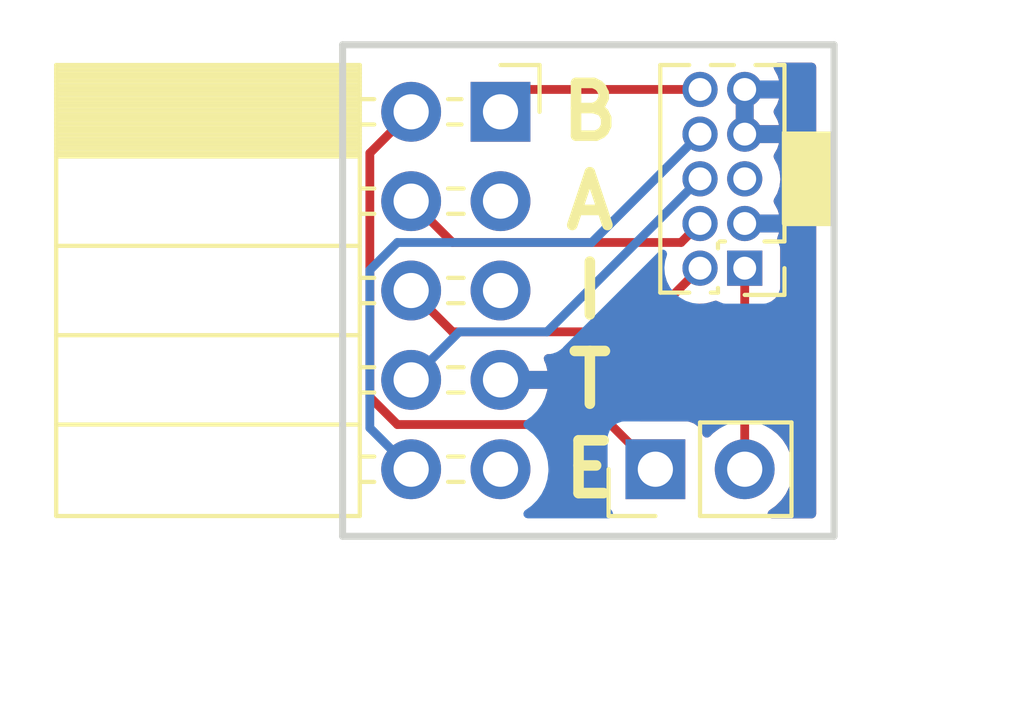
<source format=kicad_pcb>
(kicad_pcb (version 20211014) (generator pcbnew)
  (layers (0 "F.Cu" signal) (31 "B.Cu" signal) (34 "B.Paste" user "B.Plakken") (35 "F.Paste" user "F.Plakken") (36 "B.SilkS" user "B.Silkscreen") (37 "F.SilkS" user "F.Silkscreen") (38 "B.Mask" user) (39 "F.Mask" user "F. masker") (44 "Edge.Cuts" user))
  (net 0 "")
  (net 1 "TMS")
  (net 2 "GND")
  (net 3 "TCK")
  (net 4 "3V3")
  (net 5 "VDD")
  (net 6 "nRESET")
  (net 7 "TDO")
  (net 8 "TDI")
  (net 9 "5V")
  (net 10 "SWIM")
  (net 11 "SWIM_RESET")
  (footprint "Connector_PinHeader_2.54mm:PinHeader_1x02_P2.54mm_Vertical" (layer "F.Cu") (at 156.802016 91.44 90)
    (fp_text reference "J3" hide)
    (fp_text value "Conn_01x02_Male")
    (fp_line (start -1.33 0) (end -1.33 -1.33) (layer "F.SilkS") (width 0.12))
    (fp_line (start -1.33 -1.33) (end 0 -1.33) (layer "F.SilkS") (width 0.12))
    (fp_line (start -1.33 3.87) (end 1.33 3.87) (layer "F.SilkS") (width 0.12))
    (fp_line (start -1.33 1.27) (end -1.33 3.87) (layer "F.SilkS") (width 0.12))
    (fp_line (start 1.33 1.27) (end 1.33 3.87) (layer "F.SilkS") (width 0.12))
    (fp_line (start -1.33 1.27) (end 1.33 1.27) (layer "F.SilkS") (width 0.12))
    (pad "1" thru_hole rect locked (at 0 0 90) (size 1.7 1.7) (drill 1) (layers *.Cu *.Mask) (net 4 "3V3"))
    (pad "2" thru_hole oval locked (at 0 2.54 90) (size 1.7 1.7) (drill 1) (layers *.Cu *.Mask) (net 5 "VDD"))
  )
  (footprint "Connector_PinHeader_1.27mm:PinHeader_2x05_P1.27mm_Vertical" (layer "F.Cu") (at 159.342016 85.725 180)
    (fp_text reference "J2" hide)
    (fp_text value "Conn_02x05_Odd_Even")
    (fp_line (start 0.76 -0.695) (end 0.96247 -0.695) (layer "F.SilkS") (width 0.12))
    (fp_line (start 0.76 -0.563471) (end 0.76 -0.695) (layer "F.SilkS") (width 0.12))
    (fp_line (start -1.13 0.76) (end -0.563471 0.76) (layer "F.SilkS") (width 0.12))
    (fp_line (start -1.13 -0.76) (end 0 -0.76) (layer "F.SilkS") (width 0.12))
    (fp_line (start 1.57753 5.775) (end 2.4 5.775) (layer "F.SilkS") (width 0.12))
    (fp_line (start -1.13 5.775) (end -0.30753 5.775) (layer "F.SilkS") (width 0.12))
    (fp_line (start 0.30753 5.775) (end 0.96247 5.775) (layer "F.SilkS") (width 0.12))
    (fp_line (start 0.76 0.706529) (end 0.76 0.563471) (layer "F.SilkS") (width 0.12))
    (fp_line (start 1.57753 -0.695) (end 2.4 -0.695) (layer "F.SilkS") (width 0.12))
    (fp_line (start -1.13 0.76) (end -1.13 5.775) (layer "F.SilkS") (width 0.12))
    (fp_line (start 0.563471 0.76) (end 0.706529 0.76) (layer "F.SilkS") (width 0.12))
    (fp_line (start 2.4 -0.695) (end 2.4 5.775) (layer "F.SilkS") (width 0.12))
    (fp_line (start -1.13 0) (end -1.13 -0.76) (layer "F.SilkS") (width 0.12))
    (pad "1" thru_hole rect locked (at 0 0 180) (size 1 1) (drill 0.65) (layers *.Cu *.Mask) (net 5 "VDD"))
    (pad "2" thru_hole oval locked (at 1.27 0 180) (size 1 1) (drill 0.65) (layers *.Cu *.Mask) (net 1 "TMS"))
    (pad "3" thru_hole oval locked (at 0 1.27 180) (size 1 1) (drill 0.65) (layers *.Cu *.Mask) (net 2 "GND"))
    (pad "4" thru_hole oval locked (at 1.27 1.27 180) (size 1 1) (drill 0.65) (layers *.Cu *.Mask) (net 3 "TCK"))
    (pad "5" thru_hole oval locked (at 0 2.54 180) (size 1 1) (drill 0.65) (layers *.Cu *.Mask))
    (pad "6" thru_hole oval locked (at 1.27 2.54 180) (size 1 1) (drill 0.65) (layers *.Cu *.Mask) (net 7 "TDO"))
    (pad "7" thru_hole oval locked (at 0 3.81 180) (size 1 1) (drill 0.65) (layers *.Cu *.Mask) (net 2 "GND"))
    (pad "8" thru_hole oval locked (at 1.27 3.81 180) (size 1 1) (drill 0.65) (layers *.Cu *.Mask) (net 8 "TDI"))
    (pad "9" thru_hole oval locked (at 0 5.08 180) (size 1 1) (drill 0.65) (layers *.Cu *.Mask) (net 2 "GND"))
    (pad "10" thru_hole oval locked (at 1.27 5.08 180) (size 1 1) (drill 0.65) (layers *.Cu *.Mask) (net 6 "nRESET"))
  )
  (footprint "Connector_PinSocket_2.54mm:PinSocket_2x05_P2.54mm_Horizontal" (layer "F.Cu") (at 152.4 81.28)
    (fp_text reference "J1" hide)
    (fp_text value "Conn_02x05_Odd_Even")
    (fp_line (start -12.63 1.1519) (end -4 1.1519) (layer "F.SilkS") (width 0.12))
    (fp_line (start -1.49 5.44) (end -1.05 5.44) (layer "F.SilkS") (width 0.12))
    (fp_line (start -12.63 -0.383335) (end -4 -0.383335) (layer "F.SilkS") (width 0.12))
    (fp_line (start -1.49 7.26) (end -1.05 7.26) (layer "F.SilkS") (width 0.12))
    (fp_line (start -12.63 -0.02905) (end -4 -0.02905) (layer "F.SilkS") (width 0.12))
    (fp_line (start -12.63 3.81) (end -4 3.81) (layer "F.SilkS") (width 0.12))
    (fp_line (start -1.49 0.36) (end -1.11 0.36) (layer "F.SilkS") (width 0.12))
    (fp_line (start -4 10.52) (end -3.59 10.52) (layer "F.SilkS") (width 0.12))
    (fp_line (start -4 7.26) (end -3.59 7.26) (layer "F.SilkS") (width 0.12))
    (fp_line (start -12.63 -0.147145) (end -4 -0.147145) (layer "F.SilkS") (width 0.12))
    (fp_line (start -1.49 10.52) (end -1.05 10.52) (layer "F.SilkS") (width 0.12))
    (fp_line (start -1.49 2.18) (end -1.05 2.18) (layer "F.SilkS") (width 0.12))
    (fp_line (start -12.63 0.20714) (end -4 0.20714) (layer "F.SilkS") (width 0.12))
    (fp_line (start -12.63 0.325235) (end -4 0.325235) (layer "F.SilkS") (width 0.12))
    (fp_line (start -12.63 0.91571) (end -4 0.91571) (layer "F.SilkS") (width 0.12))
    (fp_line (start -12.63 8.89) (end -4 8.89) (layer "F.SilkS") (width 0.12))
    (fp_line (start -12.63 -1.091905) (end -4 -1.091905) (layer "F.SilkS") (width 0.12))
    (fp_line (start -4 5.44) (end -3.59 5.44) (layer "F.SilkS") (width 0.12))
    (fp_line (start -12.63 -0.855715) (end -4 -0.855715) (layer "F.SilkS") (width 0.12))
    (fp_line (start -1.49 7.98) (end -1.05 7.98) (layer "F.SilkS") (width 0.12))
    (fp_line (start 1.11 -1.33) (end 1.11 0) (layer "F.SilkS") (width 0.12))
    (fp_line (start -12.63 0.089045) (end -4 0.089045) (layer "F.SilkS") (width 0.12))
    (fp_line (start -4 0.36) (end -3.59 0.36) (layer "F.SilkS") (width 0.12))
    (fp_line (start -1.49 -0.36) (end -1.11 -0.36) (layer "F.SilkS") (width 0.12))
    (fp_line (start -4 -0.36) (end -3.59 -0.36) (layer "F.SilkS") (width 0.12))
    (fp_line (start -12.63 0.44333) (end -4 0.44333) (layer "F.SilkS") (width 0.12))
    (fp_line (start -4 2.9) (end -3.59 2.9) (layer "F.SilkS") (width 0.12))
    (fp_line (start -12.63 -0.50143) (end -4 -0.50143) (layer "F.SilkS") (width 0.12))
    (fp_line (start -12.63 -0.619525) (end -4 -0.619525) (layer "F.SilkS") (width 0.12))
    (fp_line (start -1.49 4.72) (end -1.05 4.72) (layer "F.SilkS") (width 0.12))
    (fp_line (start -12.63 1.27) (end -4 1.27) (layer "F.SilkS") (width 0.12))
    (fp_line (start -12.63 6.35) (end -4 6.35) (layer "F.SilkS") (width 0.12))
    (fp_line (start -12.63 -0.97381) (end -4 -0.97381) (layer "F.SilkS") (width 0.12))
    (fp_line (start -4 4.72) (end -3.59 4.72) (layer "F.SilkS") (width 0.12))
    (fp_line (start -12.63 11.49) (end -4 11.49) (layer "F.SilkS") (width 0.12))
    (fp_line (start -12.63 0.797615) (end -4 0.797615) (layer "F.SilkS") (width 0.12))
    (fp_line (start -12.63 -1.33) (end -12.63 11.49) (layer "F.SilkS") (width 0.12))
    (fp_line (start -12.63 -0.26524) (end -4 -0.26524) (layer "F.SilkS") (width 0.12))
    (fp_line (start -1.49 2.9) (end -1.05 2.9) (layer "F.SilkS") (width 0.12))
    (fp_line (start -1.49 9.8) (end -1.05 9.8) (layer "F.SilkS") (width 0.12))
    (fp_line (start -12.63 -0.73762) (end -4 -0.73762) (layer "F.SilkS") (width 0.12))
    (fp_line (start -12.63 1.033805) (end -4 1.033805) (layer "F.SilkS") (width 0.12))
    (fp_line (start 0 -1.33) (end 1.11 -1.33) (layer "F.SilkS") (width 0.12))
    (fp_line (start -4 2.18) (end -3.59 2.18) (layer "F.SilkS") (width 0.12))
    (fp_line (start -4 -1.33) (end -4 11.49) (layer "F.SilkS") (width 0.12))
    (fp_line (start -12.63 0.561425) (end -4 0.561425) (layer "F.SilkS") (width 0.12))
    (fp_line (start -4 7.98) (end -3.59 7.98) (layer "F.SilkS") (width 0.12))
    (fp_line (start -12.63 0.67952) (end -4 0.67952) (layer "F.SilkS") (width 0.12))
    (fp_line (start -12.63 -1.21) (end -4 -1.21) (layer "F.SilkS") (width 0.12))
    (fp_line (start -12.63 -1.33) (end -4 -1.33) (layer "F.SilkS") (width 0.12))
    (fp_line (start -4 9.8) (end -3.59 9.8) (layer "F.SilkS") (width 0.12))
    (pad "1" thru_hole rect locked (at 0 0) (size 1.7 1.7) (drill 1) (layers *.Cu *.Mask) (net 6 "nRESET"))
    (pad "2" thru_hole oval locked (at -2.54 0) (size 1.7 1.7) (drill 1) (layers *.Cu *.Mask) (net 4 "3V3"))
    (pad "3" thru_hole oval locked (at 0 2.54) (size 1.7 1.7) (drill 1) (layers *.Cu *.Mask) (net 9 "5V"))
    (pad "4" thru_hole oval locked (at -2.54 2.54) (size 1.7 1.7) (drill 1) (layers *.Cu *.Mask) (net 3 "TCK"))
    (pad "5" thru_hole oval locked (at 0 5.08) (size 1.7 1.7) (drill 1) (layers *.Cu *.Mask) (net 10 "SWIM"))
    (pad "6" thru_hole oval locked (at -2.54 5.08) (size 1.7 1.7) (drill 1) (layers *.Cu *.Mask) (net 1 "TMS"))
    (pad "7" thru_hole oval locked (at 0 7.62) (size 1.7 1.7) (drill 1) (layers *.Cu *.Mask) (net 2 "GND"))
    (pad "8" thru_hole oval locked (at -2.54 7.62) (size 1.7 1.7) (drill 1) (layers *.Cu *.Mask) (net 7 "TDO"))
    (pad "9" thru_hole oval locked (at 0 10.16) (size 1.7 1.7) (drill 1) (layers *.Cu *.Mask) (net 11 "SWIM_RESET"))
    (pad "10" thru_hole oval locked (at -2.54 10.16) (size 1.7 1.7) (drill 1) (layers *.Cu *.Mask) (net 8 "TDI"))
  )
  (gr_rect (start 160.472016 81.915) (end 161.882016 84.455) (layer "F.SilkS") (width 0.15) (fill solid))
  (gr_line (start 147.912016 79.375) (end 147.912016 93.345) (layer "Edge.Cuts") (width 0.2))
  (gr_line (start 147.912016 93.345) (end 161.882016 93.345) (layer "Edge.Cuts") (width 0.2))
  (gr_line (start 161.882016 93.345) (end 161.882016 79.375) (layer "Edge.Cuts") (width 0.2))
  (gr_line (start 161.882016 79.375) (end 147.912016 79.375) (layer "Edge.Cuts") (width 0.2))
  (gr_text "E" (at 154.94 91.44) (layer "F.SilkS") (effects (font (size 1.5 1.5) (thickness 0.3))))
  (gr_text "T" (at 154.94 88.9) (layer "F.SilkS") (effects (font (size 1.5 1.5) (thickness 0.3))))
  (gr_text "B" (at 154.94 81.28) (layer "F.SilkS") (effects (font (size 1.5 1.5) (thickness 0.3))))
  (gr_text "A" (at 154.94 83.82) (layer "F.SilkS") (effects (font (size 1.5 1.5) (thickness 0.3))))
  (gr_text "I" (at 154.94 86.36) (layer "F.SilkS") (effects (font (size 1.5 1.5) (thickness 0.3))))
  (segment (start 156.262505 87.534511) (end 158.072016 85.725) (width 0.25) (layer "F.Cu") (net 1))
  (segment (start 149.86 86.36) (end 151.034511 87.534511) (width 0.25) (layer "F.Cu") (net 1))
  (segment (start 151.034511 87.534511) (end 156.262505 87.534511) (width 0.25) (layer "F.Cu") (net 1))
  (segment (start 151.034511 84.994511) (end 157.532505 84.994511) (width 0.25) (layer "F.Cu") (net 3))
  (segment (start 157.532505 84.994511) (end 158.072016 84.455) (width 0.25) (layer "F.Cu") (net 3))
  (segment (start 149.86 83.82) (end 151.034511 84.994511) (width 0.25) (layer "F.Cu") (net 3))
  (segment (start 149.86 81.28) (end 148.685489 82.454511) (width 0.25) (layer "F.Cu") (net 4))
  (segment (start 149.46899 90.17) (end 155.532016 90.17) (width 0.25) (layer "F.Cu") (net 4))
  (segment (start 148.685489 89.386499) (end 149.46899 90.17) (width 0.25) (layer "F.Cu") (net 4))
  (segment (start 148.685489 82.454511) (end 148.685489 89.386499) (width 0.25) (layer "F.Cu") (net 4))
  (segment (start 155.532016 90.17) (end 156.802016 91.44) (width 0.25) (layer "F.Cu") (net 4))
  (segment (start 159.342016 91.44) (end 159.342016 85.725) (width 0.25) (layer "F.Cu") (net 5))
  (segment (start 158.072016 80.645) (end 153.035 80.645) (width 0.25) (layer "F.Cu") (net 6))
  (segment (start 153.035 80.645) (end 152.4 81.28) (width 0.25) (layer "F.Cu") (net 6))
  (segment (start 153.722505 87.534511) (end 158.072016 83.185) (width 0.25) (layer "B.Cu") (net 7))
  (segment (start 151.225489 87.534511) (end 153.722505 87.534511) (width 0.25) (layer "B.Cu") (net 7))
  (segment (start 149.86 88.9) (end 151.225489 87.534511) (width 0.25) (layer "B.Cu") (net 7))
  (segment (start 149.46899 84.994511) (end 154.992505 84.994511) (width 0.25) (layer "B.Cu") (net 8))
  (segment (start 154.992505 84.994511) (end 158.072016 81.915) (width 0.25) (layer "B.Cu") (net 8))
  (segment (start 148.685489 90.265489) (end 148.685489 85.778012) (width 0.25) (layer "B.Cu") (net 8))
  (segment (start 148.685489 85.778012) (end 149.46899 84.994511) (width 0.25) (layer "B.Cu") (net 8))
  (segment (start 149.86 91.44) (end 148.685489 90.265489) (width 0.25) (layer "B.Cu") (net 8))
  (zone (net 2) (net_name "GND") (layers F&B.Cu) (connect_pads (clearance 0.508)) (min_thickness 0.254) (fill yes (thermal_gap 0.508) (thermal_bridge_width 0.508))
    (polygon (pts (xy 161.882016 93.345) (xy 147.912016 93.345) (xy 147.912016 79.375) (xy 161.882016 79.375)))
  )
)
</source>
